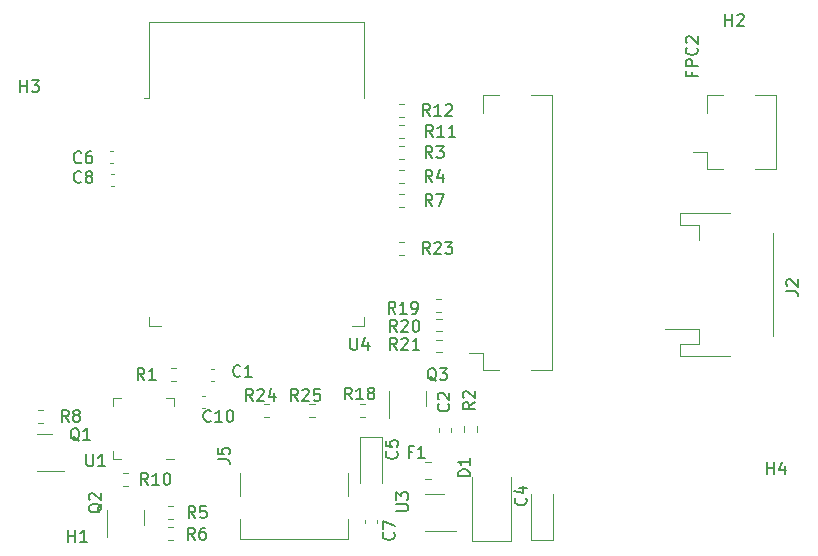
<source format=gbr>
%TF.GenerationSoftware,KiCad,Pcbnew,6.0.2+dfsg-1*%
%TF.CreationDate,2022-09-10T17:36:14-07:00*%
%TF.ProjectId,OpenHasp-1Gang,4f70656e-4861-4737-902d-3147616e672e,rev?*%
%TF.SameCoordinates,Original*%
%TF.FileFunction,Legend,Top*%
%TF.FilePolarity,Positive*%
%FSLAX46Y46*%
G04 Gerber Fmt 4.6, Leading zero omitted, Abs format (unit mm)*
G04 Created by KiCad (PCBNEW 6.0.2+dfsg-1) date 2022-09-10 17:36:14*
%MOMM*%
%LPD*%
G01*
G04 APERTURE LIST*
%ADD10C,0.150000*%
%ADD11C,0.120000*%
G04 APERTURE END LIST*
D10*
%TO.C,C7*%
X115111142Y26103333D02*
X115158761Y26055714D01*
X115206380Y25912857D01*
X115206380Y25817619D01*
X115158761Y25674761D01*
X115063523Y25579523D01*
X114968285Y25531904D01*
X114777809Y25484285D01*
X114634952Y25484285D01*
X114444476Y25531904D01*
X114349238Y25579523D01*
X114254000Y25674761D01*
X114206380Y25817619D01*
X114206380Y25912857D01*
X114254000Y26055714D01*
X114301619Y26103333D01*
X114206380Y26436666D02*
X114206380Y27103333D01*
X115206380Y26674761D01*
%TO.C,FPC2*%
X140336571Y65068666D02*
X140336571Y64735333D01*
X140860380Y64735333D02*
X139860380Y64735333D01*
X139860380Y65211523D01*
X140860380Y65592476D02*
X139860380Y65592476D01*
X139860380Y65973428D01*
X139908000Y66068666D01*
X139955619Y66116285D01*
X140050857Y66163904D01*
X140193714Y66163904D01*
X140288952Y66116285D01*
X140336571Y66068666D01*
X140384190Y65973428D01*
X140384190Y65592476D01*
X140765142Y67163904D02*
X140812761Y67116285D01*
X140860380Y66973428D01*
X140860380Y66878190D01*
X140812761Y66735333D01*
X140717523Y66640095D01*
X140622285Y66592476D01*
X140431809Y66544857D01*
X140288952Y66544857D01*
X140098476Y66592476D01*
X140003238Y66640095D01*
X139908000Y66735333D01*
X139860380Y66878190D01*
X139860380Y66973428D01*
X139908000Y67116285D01*
X139955619Y67163904D01*
X139955619Y67544857D02*
X139908000Y67592476D01*
X139860380Y67687714D01*
X139860380Y67925809D01*
X139908000Y68021047D01*
X139955619Y68068666D01*
X140050857Y68116285D01*
X140146095Y68116285D01*
X140288952Y68068666D01*
X140860380Y67497238D01*
X140860380Y68116285D01*
%TO.C,H1*%
X87576095Y25309619D02*
X87576095Y26309619D01*
X87576095Y25833428D02*
X88147523Y25833428D01*
X88147523Y25309619D02*
X88147523Y26309619D01*
X89147523Y25309619D02*
X88576095Y25309619D01*
X88861809Y25309619D02*
X88861809Y26309619D01*
X88766571Y26166761D01*
X88671333Y26071523D01*
X88576095Y26023904D01*
%TO.C,H2*%
X143202095Y68997619D02*
X143202095Y69997619D01*
X143202095Y69521428D02*
X143773523Y69521428D01*
X143773523Y68997619D02*
X143773523Y69997619D01*
X144202095Y69902380D02*
X144249714Y69950000D01*
X144344952Y69997619D01*
X144583047Y69997619D01*
X144678285Y69950000D01*
X144725904Y69902380D01*
X144773523Y69807142D01*
X144773523Y69711904D01*
X144725904Y69569047D01*
X144154476Y68997619D01*
X144773523Y68997619D01*
%TO.C,H3*%
X83512095Y63409619D02*
X83512095Y64409619D01*
X83512095Y63933428D02*
X84083523Y63933428D01*
X84083523Y63409619D02*
X84083523Y64409619D01*
X84464476Y64409619D02*
X85083523Y64409619D01*
X84750190Y64028666D01*
X84893047Y64028666D01*
X84988285Y63981047D01*
X85035904Y63933428D01*
X85083523Y63838190D01*
X85083523Y63600095D01*
X85035904Y63504857D01*
X84988285Y63457238D01*
X84893047Y63409619D01*
X84607333Y63409619D01*
X84512095Y63457238D01*
X84464476Y63504857D01*
%TO.C,Q3*%
X118722761Y38930380D02*
X118627523Y38978000D01*
X118532285Y39073238D01*
X118389428Y39216095D01*
X118294190Y39263714D01*
X118198952Y39263714D01*
X118246571Y39025619D02*
X118151333Y39073238D01*
X118056095Y39168476D01*
X118008476Y39358952D01*
X118008476Y39692285D01*
X118056095Y39882761D01*
X118151333Y39978000D01*
X118246571Y40025619D01*
X118437047Y40025619D01*
X118532285Y39978000D01*
X118627523Y39882761D01*
X118675142Y39692285D01*
X118675142Y39358952D01*
X118627523Y39168476D01*
X118532285Y39073238D01*
X118437047Y39025619D01*
X118246571Y39025619D01*
X119008476Y40025619D02*
X119627523Y40025619D01*
X119294190Y39644666D01*
X119437047Y39644666D01*
X119532285Y39597047D01*
X119579904Y39549428D01*
X119627523Y39454190D01*
X119627523Y39216095D01*
X119579904Y39120857D01*
X119532285Y39073238D01*
X119437047Y39025619D01*
X119151333Y39025619D01*
X119056095Y39073238D01*
X119008476Y39120857D01*
%TO.C,R12*%
X118175142Y61387619D02*
X117841809Y61863809D01*
X117603714Y61387619D02*
X117603714Y62387619D01*
X117984666Y62387619D01*
X118079904Y62340000D01*
X118127523Y62292380D01*
X118175142Y62197142D01*
X118175142Y62054285D01*
X118127523Y61959047D01*
X118079904Y61911428D01*
X117984666Y61863809D01*
X117603714Y61863809D01*
X119127523Y61387619D02*
X118556095Y61387619D01*
X118841809Y61387619D02*
X118841809Y62387619D01*
X118746571Y62244761D01*
X118651333Y62149523D01*
X118556095Y62101904D01*
X119508476Y62292380D02*
X119556095Y62340000D01*
X119651333Y62387619D01*
X119889428Y62387619D01*
X119984666Y62340000D01*
X120032285Y62292380D01*
X120079904Y62197142D01*
X120079904Y62101904D01*
X120032285Y61959047D01*
X119460857Y61387619D01*
X120079904Y61387619D01*
%TO.C,Q1*%
X88496761Y33850380D02*
X88401523Y33898000D01*
X88306285Y33993238D01*
X88163428Y34136095D01*
X88068190Y34183714D01*
X87972952Y34183714D01*
X88020571Y33945619D02*
X87925333Y33993238D01*
X87830095Y34088476D01*
X87782476Y34278952D01*
X87782476Y34612285D01*
X87830095Y34802761D01*
X87925333Y34898000D01*
X88020571Y34945619D01*
X88211047Y34945619D01*
X88306285Y34898000D01*
X88401523Y34802761D01*
X88449142Y34612285D01*
X88449142Y34278952D01*
X88401523Y34088476D01*
X88306285Y33993238D01*
X88211047Y33945619D01*
X88020571Y33945619D01*
X89401523Y33945619D02*
X88830095Y33945619D01*
X89115809Y33945619D02*
X89115809Y34945619D01*
X89020571Y34802761D01*
X88925333Y34707523D01*
X88830095Y34659904D01*
%TO.C,R5*%
X98331333Y27341619D02*
X97998000Y27817809D01*
X97759904Y27341619D02*
X97759904Y28341619D01*
X98140857Y28341619D01*
X98236095Y28294000D01*
X98283714Y28246380D01*
X98331333Y28151142D01*
X98331333Y28008285D01*
X98283714Y27913047D01*
X98236095Y27865428D01*
X98140857Y27817809D01*
X97759904Y27817809D01*
X99236095Y28341619D02*
X98759904Y28341619D01*
X98712285Y27865428D01*
X98759904Y27913047D01*
X98855142Y27960666D01*
X99093238Y27960666D01*
X99188476Y27913047D01*
X99236095Y27865428D01*
X99283714Y27770190D01*
X99283714Y27532095D01*
X99236095Y27436857D01*
X99188476Y27389238D01*
X99093238Y27341619D01*
X98855142Y27341619D01*
X98759904Y27389238D01*
X98712285Y27436857D01*
%TO.C,H4*%
X146738095Y31047619D02*
X146738095Y32047619D01*
X146738095Y31571428D02*
X147309523Y31571428D01*
X147309523Y31047619D02*
X147309523Y32047619D01*
X148214285Y31714285D02*
X148214285Y31047619D01*
X147976190Y32095238D02*
X147738095Y31380952D01*
X148357142Y31380952D01*
%TO.C,C6*%
X88653333Y57462857D02*
X88605714Y57415238D01*
X88462857Y57367619D01*
X88367619Y57367619D01*
X88224761Y57415238D01*
X88129523Y57510476D01*
X88081904Y57605714D01*
X88034285Y57796190D01*
X88034285Y57939047D01*
X88081904Y58129523D01*
X88129523Y58224761D01*
X88224761Y58320000D01*
X88367619Y58367619D01*
X88462857Y58367619D01*
X88605714Y58320000D01*
X88653333Y58272380D01*
X89510476Y58367619D02*
X89320000Y58367619D01*
X89224761Y58320000D01*
X89177142Y58272380D01*
X89081904Y58129523D01*
X89034285Y57939047D01*
X89034285Y57558095D01*
X89081904Y57462857D01*
X89129523Y57415238D01*
X89224761Y57367619D01*
X89415238Y57367619D01*
X89510476Y57415238D01*
X89558095Y57462857D01*
X89605714Y57558095D01*
X89605714Y57796190D01*
X89558095Y57891428D01*
X89510476Y57939047D01*
X89415238Y57986666D01*
X89224761Y57986666D01*
X89129523Y57939047D01*
X89081904Y57891428D01*
X89034285Y57796190D01*
%TO.C,C2*%
X119744642Y37003333D02*
X119792261Y36955714D01*
X119839880Y36812857D01*
X119839880Y36717619D01*
X119792261Y36574761D01*
X119697023Y36479523D01*
X119601785Y36431904D01*
X119411309Y36384285D01*
X119268452Y36384285D01*
X119077976Y36431904D01*
X118982738Y36479523D01*
X118887500Y36574761D01*
X118839880Y36717619D01*
X118839880Y36812857D01*
X118887500Y36955714D01*
X118935119Y37003333D01*
X118935119Y37384285D02*
X118887500Y37431904D01*
X118839880Y37527142D01*
X118839880Y37765238D01*
X118887500Y37860476D01*
X118935119Y37908095D01*
X119030357Y37955714D01*
X119125595Y37955714D01*
X119268452Y37908095D01*
X119839880Y37336666D01*
X119839880Y37955714D01*
%TO.C,U1*%
X89104095Y32723619D02*
X89104095Y31914095D01*
X89151714Y31818857D01*
X89199333Y31771238D01*
X89294571Y31723619D01*
X89485047Y31723619D01*
X89580285Y31771238D01*
X89627904Y31818857D01*
X89675523Y31914095D01*
X89675523Y32723619D01*
X90675523Y31723619D02*
X90104095Y31723619D01*
X90389809Y31723619D02*
X90389809Y32723619D01*
X90294571Y32580761D01*
X90199333Y32485523D01*
X90104095Y32437904D01*
%TO.C,R6*%
X98285333Y25503619D02*
X97952000Y25979809D01*
X97713904Y25503619D02*
X97713904Y26503619D01*
X98094857Y26503619D01*
X98190095Y26456000D01*
X98237714Y26408380D01*
X98285333Y26313142D01*
X98285333Y26170285D01*
X98237714Y26075047D01*
X98190095Y26027428D01*
X98094857Y25979809D01*
X97713904Y25979809D01*
X99142476Y26503619D02*
X98952000Y26503619D01*
X98856761Y26456000D01*
X98809142Y26408380D01*
X98713904Y26265523D01*
X98666285Y26075047D01*
X98666285Y25694095D01*
X98713904Y25598857D01*
X98761523Y25551238D01*
X98856761Y25503619D01*
X99047238Y25503619D01*
X99142476Y25551238D01*
X99190095Y25598857D01*
X99237714Y25694095D01*
X99237714Y25932190D01*
X99190095Y26027428D01*
X99142476Y26075047D01*
X99047238Y26122666D01*
X98856761Y26122666D01*
X98761523Y26075047D01*
X98713904Y26027428D01*
X98666285Y25932190D01*
%TO.C,R2*%
X121964380Y37123333D02*
X121488190Y36790000D01*
X121964380Y36551904D02*
X120964380Y36551904D01*
X120964380Y36932857D01*
X121012000Y37028095D01*
X121059619Y37075714D01*
X121154857Y37123333D01*
X121297714Y37123333D01*
X121392952Y37075714D01*
X121440571Y37028095D01*
X121488190Y36932857D01*
X121488190Y36551904D01*
X121059619Y37504285D02*
X121012000Y37551904D01*
X120964380Y37647142D01*
X120964380Y37885238D01*
X121012000Y37980476D01*
X121059619Y38028095D01*
X121154857Y38075714D01*
X121250095Y38075714D01*
X121392952Y38028095D01*
X121964380Y37456666D01*
X121964380Y38075714D01*
%TO.C,R1*%
X94013333Y39025619D02*
X93680000Y39501809D01*
X93441904Y39025619D02*
X93441904Y40025619D01*
X93822857Y40025619D01*
X93918095Y39978000D01*
X93965714Y39930380D01*
X94013333Y39835142D01*
X94013333Y39692285D01*
X93965714Y39597047D01*
X93918095Y39549428D01*
X93822857Y39501809D01*
X93441904Y39501809D01*
X94965714Y39025619D02*
X94394285Y39025619D01*
X94680000Y39025619D02*
X94680000Y40025619D01*
X94584761Y39882761D01*
X94489523Y39787523D01*
X94394285Y39739904D01*
%TO.C,C10*%
X99633142Y35564857D02*
X99585523Y35517238D01*
X99442666Y35469619D01*
X99347428Y35469619D01*
X99204571Y35517238D01*
X99109333Y35612476D01*
X99061714Y35707714D01*
X99014095Y35898190D01*
X99014095Y36041047D01*
X99061714Y36231523D01*
X99109333Y36326761D01*
X99204571Y36422000D01*
X99347428Y36469619D01*
X99442666Y36469619D01*
X99585523Y36422000D01*
X99633142Y36374380D01*
X100585523Y35469619D02*
X100014095Y35469619D01*
X100299809Y35469619D02*
X100299809Y36469619D01*
X100204571Y36326761D01*
X100109333Y36231523D01*
X100014095Y36183904D01*
X101204571Y36469619D02*
X101299809Y36469619D01*
X101395047Y36422000D01*
X101442666Y36374380D01*
X101490285Y36279142D01*
X101537904Y36088666D01*
X101537904Y35850571D01*
X101490285Y35660095D01*
X101442666Y35564857D01*
X101395047Y35517238D01*
X101299809Y35469619D01*
X101204571Y35469619D01*
X101109333Y35517238D01*
X101061714Y35564857D01*
X101014095Y35660095D01*
X100966476Y35850571D01*
X100966476Y36088666D01*
X101014095Y36279142D01*
X101061714Y36374380D01*
X101109333Y36422000D01*
X101204571Y36469619D01*
%TO.C,C8*%
X88658333Y55797857D02*
X88610714Y55750238D01*
X88467857Y55702619D01*
X88372619Y55702619D01*
X88229761Y55750238D01*
X88134523Y55845476D01*
X88086904Y55940714D01*
X88039285Y56131190D01*
X88039285Y56274047D01*
X88086904Y56464523D01*
X88134523Y56559761D01*
X88229761Y56655000D01*
X88372619Y56702619D01*
X88467857Y56702619D01*
X88610714Y56655000D01*
X88658333Y56607380D01*
X89229761Y56274047D02*
X89134523Y56321666D01*
X89086904Y56369285D01*
X89039285Y56464523D01*
X89039285Y56512142D01*
X89086904Y56607380D01*
X89134523Y56655000D01*
X89229761Y56702619D01*
X89420238Y56702619D01*
X89515476Y56655000D01*
X89563095Y56607380D01*
X89610714Y56512142D01*
X89610714Y56464523D01*
X89563095Y56369285D01*
X89515476Y56321666D01*
X89420238Y56274047D01*
X89229761Y56274047D01*
X89134523Y56226428D01*
X89086904Y56178809D01*
X89039285Y56083571D01*
X89039285Y55893095D01*
X89086904Y55797857D01*
X89134523Y55750238D01*
X89229761Y55702619D01*
X89420238Y55702619D01*
X89515476Y55750238D01*
X89563095Y55797857D01*
X89610714Y55893095D01*
X89610714Y56083571D01*
X89563095Y56178809D01*
X89515476Y56226428D01*
X89420238Y56274047D01*
%TO.C,C5*%
X115365142Y32961333D02*
X115412761Y32913714D01*
X115460380Y32770857D01*
X115460380Y32675619D01*
X115412761Y32532761D01*
X115317523Y32437523D01*
X115222285Y32389904D01*
X115031809Y32342285D01*
X114888952Y32342285D01*
X114698476Y32389904D01*
X114603238Y32437523D01*
X114508000Y32532761D01*
X114460380Y32675619D01*
X114460380Y32770857D01*
X114508000Y32913714D01*
X114555619Y32961333D01*
X114460380Y33866095D02*
X114460380Y33389904D01*
X114936571Y33342285D01*
X114888952Y33389904D01*
X114841333Y33485142D01*
X114841333Y33723238D01*
X114888952Y33818476D01*
X114936571Y33866095D01*
X115031809Y33913714D01*
X115269904Y33913714D01*
X115365142Y33866095D01*
X115412761Y33818476D01*
X115460380Y33723238D01*
X115460380Y33485142D01*
X115412761Y33389904D01*
X115365142Y33342285D01*
%TO.C,C1*%
X102141333Y39374857D02*
X102093714Y39327238D01*
X101950857Y39279619D01*
X101855619Y39279619D01*
X101712761Y39327238D01*
X101617523Y39422476D01*
X101569904Y39517714D01*
X101522285Y39708190D01*
X101522285Y39851047D01*
X101569904Y40041523D01*
X101617523Y40136761D01*
X101712761Y40232000D01*
X101855619Y40279619D01*
X101950857Y40279619D01*
X102093714Y40232000D01*
X102141333Y40184380D01*
X103093714Y39279619D02*
X102522285Y39279619D01*
X102808000Y39279619D02*
X102808000Y40279619D01*
X102712761Y40136761D01*
X102617523Y40041523D01*
X102522285Y39993904D01*
%TO.C,R24*%
X103189142Y37247619D02*
X102855809Y37723809D01*
X102617714Y37247619D02*
X102617714Y38247619D01*
X102998666Y38247619D01*
X103093904Y38200000D01*
X103141523Y38152380D01*
X103189142Y38057142D01*
X103189142Y37914285D01*
X103141523Y37819047D01*
X103093904Y37771428D01*
X102998666Y37723809D01*
X102617714Y37723809D01*
X103570095Y38152380D02*
X103617714Y38200000D01*
X103712952Y38247619D01*
X103951047Y38247619D01*
X104046285Y38200000D01*
X104093904Y38152380D01*
X104141523Y38057142D01*
X104141523Y37961904D01*
X104093904Y37819047D01*
X103522476Y37247619D01*
X104141523Y37247619D01*
X104998666Y37914285D02*
X104998666Y37247619D01*
X104760571Y38295238D02*
X104522476Y37580952D01*
X105141523Y37580952D01*
%TO.C,R18*%
X111575142Y37377619D02*
X111241809Y37853809D01*
X111003714Y37377619D02*
X111003714Y38377619D01*
X111384666Y38377619D01*
X111479904Y38330000D01*
X111527523Y38282380D01*
X111575142Y38187142D01*
X111575142Y38044285D01*
X111527523Y37949047D01*
X111479904Y37901428D01*
X111384666Y37853809D01*
X111003714Y37853809D01*
X112527523Y37377619D02*
X111956095Y37377619D01*
X112241809Y37377619D02*
X112241809Y38377619D01*
X112146571Y38234761D01*
X112051333Y38139523D01*
X111956095Y38091904D01*
X113098952Y37949047D02*
X113003714Y37996666D01*
X112956095Y38044285D01*
X112908476Y38139523D01*
X112908476Y38187142D01*
X112956095Y38282380D01*
X113003714Y38330000D01*
X113098952Y38377619D01*
X113289428Y38377619D01*
X113384666Y38330000D01*
X113432285Y38282380D01*
X113479904Y38187142D01*
X113479904Y38139523D01*
X113432285Y38044285D01*
X113384666Y37996666D01*
X113289428Y37949047D01*
X113098952Y37949047D01*
X113003714Y37901428D01*
X112956095Y37853809D01*
X112908476Y37758571D01*
X112908476Y37568095D01*
X112956095Y37472857D01*
X113003714Y37425238D01*
X113098952Y37377619D01*
X113289428Y37377619D01*
X113384666Y37425238D01*
X113432285Y37472857D01*
X113479904Y37568095D01*
X113479904Y37758571D01*
X113432285Y37853809D01*
X113384666Y37901428D01*
X113289428Y37949047D01*
%TO.C,R25*%
X106999142Y37247619D02*
X106665809Y37723809D01*
X106427714Y37247619D02*
X106427714Y38247619D01*
X106808666Y38247619D01*
X106903904Y38200000D01*
X106951523Y38152380D01*
X106999142Y38057142D01*
X106999142Y37914285D01*
X106951523Y37819047D01*
X106903904Y37771428D01*
X106808666Y37723809D01*
X106427714Y37723809D01*
X107380095Y38152380D02*
X107427714Y38200000D01*
X107522952Y38247619D01*
X107761047Y38247619D01*
X107856285Y38200000D01*
X107903904Y38152380D01*
X107951523Y38057142D01*
X107951523Y37961904D01*
X107903904Y37819047D01*
X107332476Y37247619D01*
X107951523Y37247619D01*
X108856285Y38247619D02*
X108380095Y38247619D01*
X108332476Y37771428D01*
X108380095Y37819047D01*
X108475333Y37866666D01*
X108713428Y37866666D01*
X108808666Y37819047D01*
X108856285Y37771428D01*
X108903904Y37676190D01*
X108903904Y37438095D01*
X108856285Y37342857D01*
X108808666Y37295238D01*
X108713428Y37247619D01*
X108475333Y37247619D01*
X108380095Y37295238D01*
X108332476Y37342857D01*
%TO.C,U4*%
X111452095Y42565619D02*
X111452095Y41756095D01*
X111499714Y41660857D01*
X111547333Y41613238D01*
X111642571Y41565619D01*
X111833047Y41565619D01*
X111928285Y41613238D01*
X111975904Y41660857D01*
X112023523Y41756095D01*
X112023523Y42565619D01*
X112928285Y42232285D02*
X112928285Y41565619D01*
X112690190Y42613238D02*
X112452095Y41898952D01*
X113071142Y41898952D01*
%TO.C,R3*%
X118397333Y57821619D02*
X118064000Y58297809D01*
X117825904Y57821619D02*
X117825904Y58821619D01*
X118206857Y58821619D01*
X118302095Y58774000D01*
X118349714Y58726380D01*
X118397333Y58631142D01*
X118397333Y58488285D01*
X118349714Y58393047D01*
X118302095Y58345428D01*
X118206857Y58297809D01*
X117825904Y58297809D01*
X118730666Y58821619D02*
X119349714Y58821619D01*
X119016380Y58440666D01*
X119159238Y58440666D01*
X119254476Y58393047D01*
X119302095Y58345428D01*
X119349714Y58250190D01*
X119349714Y58012095D01*
X119302095Y57916857D01*
X119254476Y57869238D01*
X119159238Y57821619D01*
X118873523Y57821619D01*
X118778285Y57869238D01*
X118730666Y57916857D01*
%TO.C,R10*%
X94299142Y30135619D02*
X93965809Y30611809D01*
X93727714Y30135619D02*
X93727714Y31135619D01*
X94108666Y31135619D01*
X94203904Y31088000D01*
X94251523Y31040380D01*
X94299142Y30945142D01*
X94299142Y30802285D01*
X94251523Y30707047D01*
X94203904Y30659428D01*
X94108666Y30611809D01*
X93727714Y30611809D01*
X95251523Y30135619D02*
X94680095Y30135619D01*
X94965809Y30135619D02*
X94965809Y31135619D01*
X94870571Y30992761D01*
X94775333Y30897523D01*
X94680095Y30849904D01*
X95870571Y31135619D02*
X95965809Y31135619D01*
X96061047Y31088000D01*
X96108666Y31040380D01*
X96156285Y30945142D01*
X96203904Y30754666D01*
X96203904Y30516571D01*
X96156285Y30326095D01*
X96108666Y30230857D01*
X96061047Y30183238D01*
X95965809Y30135619D01*
X95870571Y30135619D01*
X95775333Y30183238D01*
X95727714Y30230857D01*
X95680095Y30326095D01*
X95632476Y30516571D01*
X95632476Y30754666D01*
X95680095Y30945142D01*
X95727714Y31040380D01*
X95775333Y31088000D01*
X95870571Y31135619D01*
%TO.C,R4*%
X118397333Y55789619D02*
X118064000Y56265809D01*
X117825904Y55789619D02*
X117825904Y56789619D01*
X118206857Y56789619D01*
X118302095Y56742000D01*
X118349714Y56694380D01*
X118397333Y56599142D01*
X118397333Y56456285D01*
X118349714Y56361047D01*
X118302095Y56313428D01*
X118206857Y56265809D01*
X117825904Y56265809D01*
X119254476Y56456285D02*
X119254476Y55789619D01*
X119016380Y56837238D02*
X118778285Y56122952D01*
X119397333Y56122952D01*
%TO.C,Q2*%
X90409619Y28539261D02*
X90362000Y28444023D01*
X90266761Y28348785D01*
X90123904Y28205928D01*
X90076285Y28110690D01*
X90076285Y28015452D01*
X90314380Y28063071D02*
X90266761Y27967833D01*
X90171523Y27872595D01*
X89981047Y27824976D01*
X89647714Y27824976D01*
X89457238Y27872595D01*
X89362000Y27967833D01*
X89314380Y28063071D01*
X89314380Y28253547D01*
X89362000Y28348785D01*
X89457238Y28444023D01*
X89647714Y28491642D01*
X89981047Y28491642D01*
X90171523Y28444023D01*
X90266761Y28348785D01*
X90314380Y28253547D01*
X90314380Y28063071D01*
X89409619Y28872595D02*
X89362000Y28920214D01*
X89314380Y29015452D01*
X89314380Y29253547D01*
X89362000Y29348785D01*
X89409619Y29396404D01*
X89504857Y29444023D01*
X89600095Y29444023D01*
X89742952Y29396404D01*
X90314380Y28824976D01*
X90314380Y29444023D01*
%TO.C,F1*%
X116706666Y32945428D02*
X116373333Y32945428D01*
X116373333Y32421619D02*
X116373333Y33421619D01*
X116849523Y33421619D01*
X117754285Y32421619D02*
X117182857Y32421619D01*
X117468571Y32421619D02*
X117468571Y33421619D01*
X117373333Y33278761D01*
X117278095Y33183523D01*
X117182857Y33135904D01*
%TO.C,J5*%
X100236380Y32286666D02*
X100950666Y32286666D01*
X101093523Y32239047D01*
X101188761Y32143809D01*
X101236380Y32000952D01*
X101236380Y31905714D01*
X100236380Y33239047D02*
X100236380Y32762857D01*
X100712571Y32715238D01*
X100664952Y32762857D01*
X100617333Y32858095D01*
X100617333Y33096190D01*
X100664952Y33191428D01*
X100712571Y33239047D01*
X100807809Y33286666D01*
X101045904Y33286666D01*
X101141142Y33239047D01*
X101188761Y33191428D01*
X101236380Y33096190D01*
X101236380Y32858095D01*
X101188761Y32762857D01*
X101141142Y32715238D01*
%TO.C,R19*%
X115267142Y44637619D02*
X114933809Y45113809D01*
X114695714Y44637619D02*
X114695714Y45637619D01*
X115076666Y45637619D01*
X115171904Y45590000D01*
X115219523Y45542380D01*
X115267142Y45447142D01*
X115267142Y45304285D01*
X115219523Y45209047D01*
X115171904Y45161428D01*
X115076666Y45113809D01*
X114695714Y45113809D01*
X116219523Y44637619D02*
X115648095Y44637619D01*
X115933809Y44637619D02*
X115933809Y45637619D01*
X115838571Y45494761D01*
X115743333Y45399523D01*
X115648095Y45351904D01*
X116695714Y44637619D02*
X116886190Y44637619D01*
X116981428Y44685238D01*
X117029047Y44732857D01*
X117124285Y44875714D01*
X117171904Y45066190D01*
X117171904Y45447142D01*
X117124285Y45542380D01*
X117076666Y45590000D01*
X116981428Y45637619D01*
X116790952Y45637619D01*
X116695714Y45590000D01*
X116648095Y45542380D01*
X116600476Y45447142D01*
X116600476Y45209047D01*
X116648095Y45113809D01*
X116695714Y45066190D01*
X116790952Y45018571D01*
X116981428Y45018571D01*
X117076666Y45066190D01*
X117124285Y45113809D01*
X117171904Y45209047D01*
%TO.C,D1*%
X121556380Y30865904D02*
X120556380Y30865904D01*
X120556380Y31104000D01*
X120604000Y31246857D01*
X120699238Y31342095D01*
X120794476Y31389714D01*
X120984952Y31437333D01*
X121127809Y31437333D01*
X121318285Y31389714D01*
X121413523Y31342095D01*
X121508761Y31246857D01*
X121556380Y31104000D01*
X121556380Y30865904D01*
X121556380Y32389714D02*
X121556380Y31818285D01*
X121556380Y32104000D02*
X120556380Y32104000D01*
X120699238Y32008761D01*
X120794476Y31913523D01*
X120842095Y31818285D01*
%TO.C,C4*%
X126285142Y29027333D02*
X126332761Y28979714D01*
X126380380Y28836857D01*
X126380380Y28741619D01*
X126332761Y28598761D01*
X126237523Y28503523D01*
X126142285Y28455904D01*
X125951809Y28408285D01*
X125808952Y28408285D01*
X125618476Y28455904D01*
X125523238Y28503523D01*
X125428000Y28598761D01*
X125380380Y28741619D01*
X125380380Y28836857D01*
X125428000Y28979714D01*
X125475619Y29027333D01*
X125713714Y29884476D02*
X126380380Y29884476D01*
X125332761Y29646380D02*
X126047047Y29408285D01*
X126047047Y30027333D01*
%TO.C,U3*%
X115346380Y27922095D02*
X116155904Y27922095D01*
X116251142Y27969714D01*
X116298761Y28017333D01*
X116346380Y28112571D01*
X116346380Y28303047D01*
X116298761Y28398285D01*
X116251142Y28445904D01*
X116155904Y28493523D01*
X115346380Y28493523D01*
X115346380Y28874476D02*
X115346380Y29493523D01*
X115727333Y29160190D01*
X115727333Y29303047D01*
X115774952Y29398285D01*
X115822571Y29445904D01*
X115917809Y29493523D01*
X116155904Y29493523D01*
X116251142Y29445904D01*
X116298761Y29398285D01*
X116346380Y29303047D01*
X116346380Y29017333D01*
X116298761Y28922095D01*
X116251142Y28874476D01*
%TO.C,R23*%
X118175142Y49693619D02*
X117841809Y50169809D01*
X117603714Y49693619D02*
X117603714Y50693619D01*
X117984666Y50693619D01*
X118079904Y50646000D01*
X118127523Y50598380D01*
X118175142Y50503142D01*
X118175142Y50360285D01*
X118127523Y50265047D01*
X118079904Y50217428D01*
X117984666Y50169809D01*
X117603714Y50169809D01*
X118556095Y50598380D02*
X118603714Y50646000D01*
X118698952Y50693619D01*
X118937047Y50693619D01*
X119032285Y50646000D01*
X119079904Y50598380D01*
X119127523Y50503142D01*
X119127523Y50407904D01*
X119079904Y50265047D01*
X118508476Y49693619D01*
X119127523Y49693619D01*
X119460857Y50693619D02*
X120079904Y50693619D01*
X119746571Y50312666D01*
X119889428Y50312666D01*
X119984666Y50265047D01*
X120032285Y50217428D01*
X120079904Y50122190D01*
X120079904Y49884095D01*
X120032285Y49788857D01*
X119984666Y49741238D01*
X119889428Y49693619D01*
X119603714Y49693619D01*
X119508476Y49741238D01*
X119460857Y49788857D01*
%TO.C,R20*%
X115381142Y43089619D02*
X115047809Y43565809D01*
X114809714Y43089619D02*
X114809714Y44089619D01*
X115190666Y44089619D01*
X115285904Y44042000D01*
X115333523Y43994380D01*
X115381142Y43899142D01*
X115381142Y43756285D01*
X115333523Y43661047D01*
X115285904Y43613428D01*
X115190666Y43565809D01*
X114809714Y43565809D01*
X115762095Y43994380D02*
X115809714Y44042000D01*
X115904952Y44089619D01*
X116143047Y44089619D01*
X116238285Y44042000D01*
X116285904Y43994380D01*
X116333523Y43899142D01*
X116333523Y43803904D01*
X116285904Y43661047D01*
X115714476Y43089619D01*
X116333523Y43089619D01*
X116952571Y44089619D02*
X117047809Y44089619D01*
X117143047Y44042000D01*
X117190666Y43994380D01*
X117238285Y43899142D01*
X117285904Y43708666D01*
X117285904Y43470571D01*
X117238285Y43280095D01*
X117190666Y43184857D01*
X117143047Y43137238D01*
X117047809Y43089619D01*
X116952571Y43089619D01*
X116857333Y43137238D01*
X116809714Y43184857D01*
X116762095Y43280095D01*
X116714476Y43470571D01*
X116714476Y43708666D01*
X116762095Y43899142D01*
X116809714Y43994380D01*
X116857333Y44042000D01*
X116952571Y44089619D01*
%TO.C,R21*%
X115381142Y41565619D02*
X115047809Y42041809D01*
X114809714Y41565619D02*
X114809714Y42565619D01*
X115190666Y42565619D01*
X115285904Y42518000D01*
X115333523Y42470380D01*
X115381142Y42375142D01*
X115381142Y42232285D01*
X115333523Y42137047D01*
X115285904Y42089428D01*
X115190666Y42041809D01*
X114809714Y42041809D01*
X115762095Y42470380D02*
X115809714Y42518000D01*
X115904952Y42565619D01*
X116143047Y42565619D01*
X116238285Y42518000D01*
X116285904Y42470380D01*
X116333523Y42375142D01*
X116333523Y42279904D01*
X116285904Y42137047D01*
X115714476Y41565619D01*
X116333523Y41565619D01*
X117285904Y41565619D02*
X116714476Y41565619D01*
X117000190Y41565619D02*
X117000190Y42565619D01*
X116904952Y42422761D01*
X116809714Y42327523D01*
X116714476Y42279904D01*
%TO.C,R8*%
X87600333Y35471619D02*
X87267000Y35947809D01*
X87028904Y35471619D02*
X87028904Y36471619D01*
X87409857Y36471619D01*
X87505095Y36424000D01*
X87552714Y36376380D01*
X87600333Y36281142D01*
X87600333Y36138285D01*
X87552714Y36043047D01*
X87505095Y35995428D01*
X87409857Y35947809D01*
X87028904Y35947809D01*
X88171761Y36043047D02*
X88076523Y36090666D01*
X88028904Y36138285D01*
X87981285Y36233523D01*
X87981285Y36281142D01*
X88028904Y36376380D01*
X88076523Y36424000D01*
X88171761Y36471619D01*
X88362238Y36471619D01*
X88457476Y36424000D01*
X88505095Y36376380D01*
X88552714Y36281142D01*
X88552714Y36233523D01*
X88505095Y36138285D01*
X88457476Y36090666D01*
X88362238Y36043047D01*
X88171761Y36043047D01*
X88076523Y35995428D01*
X88028904Y35947809D01*
X87981285Y35852571D01*
X87981285Y35662095D01*
X88028904Y35566857D01*
X88076523Y35519238D01*
X88171761Y35471619D01*
X88362238Y35471619D01*
X88457476Y35519238D01*
X88505095Y35566857D01*
X88552714Y35662095D01*
X88552714Y35852571D01*
X88505095Y35947809D01*
X88457476Y35995428D01*
X88362238Y36043047D01*
%TO.C,R11*%
X118429142Y59599619D02*
X118095809Y60075809D01*
X117857714Y59599619D02*
X117857714Y60599619D01*
X118238666Y60599619D01*
X118333904Y60552000D01*
X118381523Y60504380D01*
X118429142Y60409142D01*
X118429142Y60266285D01*
X118381523Y60171047D01*
X118333904Y60123428D01*
X118238666Y60075809D01*
X117857714Y60075809D01*
X119381523Y59599619D02*
X118810095Y59599619D01*
X119095809Y59599619D02*
X119095809Y60599619D01*
X119000571Y60456761D01*
X118905333Y60361523D01*
X118810095Y60313904D01*
X120333904Y59599619D02*
X119762476Y59599619D01*
X120048190Y59599619D02*
X120048190Y60599619D01*
X119952952Y60456761D01*
X119857714Y60361523D01*
X119762476Y60313904D01*
%TO.C,R7*%
X118397333Y53757619D02*
X118064000Y54233809D01*
X117825904Y53757619D02*
X117825904Y54757619D01*
X118206857Y54757619D01*
X118302095Y54710000D01*
X118349714Y54662380D01*
X118397333Y54567142D01*
X118397333Y54424285D01*
X118349714Y54329047D01*
X118302095Y54281428D01*
X118206857Y54233809D01*
X117825904Y54233809D01*
X118730666Y54757619D02*
X119397333Y54757619D01*
X118968761Y53757619D01*
%TO.C,J2*%
X148352380Y46542666D02*
X149066666Y46542666D01*
X149209523Y46495047D01*
X149304761Y46399809D01*
X149352380Y46256952D01*
X149352380Y46161714D01*
X148447619Y46971238D02*
X148400000Y47018857D01*
X148352380Y47114095D01*
X148352380Y47352190D01*
X148400000Y47447428D01*
X148447619Y47495047D01*
X148542857Y47542666D01*
X148638095Y47542666D01*
X148780952Y47495047D01*
X149352380Y46923619D01*
X149352380Y47542666D01*
D11*
%TO.C,C7*%
X112720000Y26891420D02*
X112720000Y27172580D01*
X113740000Y26891420D02*
X113740000Y27172580D01*
%TO.C,FPC2*%
X147450000Y63140000D02*
X145710000Y63140000D01*
X141650000Y58330000D02*
X140450000Y58330000D01*
X141650000Y58330000D02*
X141650000Y56840000D01*
X141650000Y56840000D02*
X142990000Y56840000D01*
X141650000Y63140000D02*
X142990000Y63140000D01*
X145710000Y56840000D02*
X147450000Y56840000D01*
X141650000Y61650000D02*
X141650000Y63140000D01*
X147450000Y56840000D02*
X147450000Y63140000D01*
%TO.C,Q3*%
X117838000Y37446000D02*
X117838000Y38096000D01*
X114718000Y37446000D02*
X114718000Y35771000D01*
X114718000Y37446000D02*
X114718000Y38096000D01*
X117838000Y37446000D02*
X117838000Y36796000D01*
%TO.C,R12*%
X115532742Y61307500D02*
X116007258Y61307500D01*
X115532742Y62352500D02*
X116007258Y62352500D01*
%TO.C,Q1*%
X85544000Y34434000D02*
X84894000Y34434000D01*
X85544000Y31314000D02*
X87219000Y31314000D01*
X85544000Y31314000D02*
X84894000Y31314000D01*
X85544000Y34434000D02*
X86194000Y34434000D01*
%TO.C,R5*%
X96449258Y27271500D02*
X95974742Y27271500D01*
X96449258Y28316500D02*
X95974742Y28316500D01*
%TO.C,C6*%
X91390580Y57360000D02*
X91109420Y57360000D01*
X91390580Y58380000D02*
X91109420Y58380000D01*
%TO.C,C2*%
X119967500Y34639420D02*
X119967500Y34920580D01*
X118947500Y34639420D02*
X118947500Y34920580D01*
%TO.C,U1*%
X92041000Y37516000D02*
X91316000Y37516000D01*
X91316000Y37516000D02*
X91316000Y36791000D01*
X95811000Y32296000D02*
X96536000Y32296000D01*
X92041000Y32296000D02*
X91316000Y32296000D01*
X95811000Y37516000D02*
X96536000Y37516000D01*
X91316000Y32296000D02*
X91316000Y33021000D01*
X96536000Y37516000D02*
X96536000Y36791000D01*
%TO.C,R6*%
X96449258Y26538500D02*
X95974742Y26538500D01*
X96449258Y25493500D02*
X95974742Y25493500D01*
%TO.C,R2*%
X122134500Y34632742D02*
X122134500Y35107258D01*
X121089500Y34632742D02*
X121089500Y35107258D01*
%TO.C,R1*%
X96703258Y38955500D02*
X96228742Y38955500D01*
X96703258Y40000500D02*
X96228742Y40000500D01*
%TO.C,C10*%
X98878420Y36682000D02*
X99159580Y36682000D01*
X98878420Y37702000D02*
X99159580Y37702000D01*
%TO.C,C8*%
X91450580Y56440000D02*
X91169420Y56440000D01*
X91450580Y55420000D02*
X91169420Y55420000D01*
%TO.C,C5*%
X114165000Y34168000D02*
X112295000Y34168000D01*
X112295000Y34168000D02*
X112295000Y30258000D01*
X114165000Y30258000D02*
X114165000Y34168000D01*
%TO.C,C1*%
X99627420Y38968000D02*
X99908580Y38968000D01*
X99627420Y39988000D02*
X99908580Y39988000D01*
%TO.C,R24*%
X104102742Y35907500D02*
X104577258Y35907500D01*
X104102742Y36952500D02*
X104577258Y36952500D01*
%TO.C,R18*%
X112230742Y36952500D02*
X112705258Y36952500D01*
X112230742Y35907500D02*
X112705258Y35907500D01*
%TO.C,R25*%
X108450258Y35907500D02*
X107975742Y35907500D01*
X108450258Y36952500D02*
X107975742Y36952500D01*
%TO.C,FPC1*%
X122700000Y63150000D02*
X124040000Y63150000D01*
X122700000Y41340000D02*
X122700000Y39850000D01*
X122700000Y61660000D02*
X122700000Y63150000D01*
X128500000Y63150000D02*
X126760000Y63150000D01*
X122700000Y39850000D02*
X124040000Y39850000D01*
X128500000Y39850000D02*
X128500000Y63150000D01*
X122700000Y41340000D02*
X121500000Y41340000D01*
X126760000Y39850000D02*
X128500000Y39850000D01*
%TO.C,U4*%
X112630000Y69313000D02*
X112630000Y62893000D01*
X112630000Y43568000D02*
X111630000Y43568000D01*
X94390000Y69313000D02*
X94390000Y62893000D01*
X94390000Y69313000D02*
X112630000Y69313000D01*
X94390000Y43568000D02*
X95390000Y43568000D01*
X94390000Y62893000D02*
X94010000Y62893000D01*
X112630000Y44348000D02*
X112630000Y43568000D01*
X94390000Y44348000D02*
X94390000Y43568000D01*
%TO.C,R3*%
X115532742Y58796500D02*
X116007258Y58796500D01*
X115532742Y57751500D02*
X116007258Y57751500D01*
%TO.C,R10*%
X92164742Y30065500D02*
X92639258Y30065500D01*
X92164742Y31110500D02*
X92639258Y31110500D01*
%TO.C,R4*%
X115532742Y55719500D02*
X116007258Y55719500D01*
X115532742Y56764500D02*
X116007258Y56764500D01*
%TO.C,Q2*%
X93962000Y27364500D02*
X93962000Y28014500D01*
X93962000Y27364500D02*
X93962000Y26714500D01*
X90842000Y27364500D02*
X90842000Y28014500D01*
X90842000Y27364500D02*
X90842000Y25689500D01*
%TO.C,F1*%
X118314578Y32060000D02*
X117797422Y32060000D01*
X118314578Y30640000D02*
X117797422Y30640000D01*
%TO.C,J5*%
X111255000Y29230000D02*
X111255000Y31150000D01*
X102095000Y25515000D02*
X102095000Y27220000D01*
X111255000Y27220000D02*
X111255000Y25515000D01*
X111255000Y25515000D02*
X102095000Y25515000D01*
X102095000Y31150000D02*
X102095000Y29230000D01*
%TO.C,R19*%
X118662742Y44797500D02*
X119137258Y44797500D01*
X118662742Y45842500D02*
X119137258Y45842500D01*
%TO.C,D1*%
X125040000Y25410000D02*
X125040000Y30810000D01*
X121740000Y25410000D02*
X125040000Y25410000D01*
X121740000Y25410000D02*
X121740000Y30810000D01*
%TO.C,C4*%
X126773000Y25484000D02*
X128643000Y25484000D01*
X126773000Y29394000D02*
X126773000Y25484000D01*
X128643000Y25484000D02*
X128643000Y29394000D01*
%TO.C,U3*%
X118564000Y29354000D02*
X117764000Y29354000D01*
X118564000Y26234000D02*
X117764000Y26234000D01*
X118564000Y26234000D02*
X120364000Y26234000D01*
X118564000Y29354000D02*
X119364000Y29354000D01*
%TO.C,R23*%
X116007258Y49623500D02*
X115532742Y49623500D01*
X116007258Y50668500D02*
X115532742Y50668500D01*
%TO.C,R20*%
X118722742Y43127500D02*
X119197258Y43127500D01*
X118722742Y44172500D02*
X119197258Y44172500D01*
%TO.C,R21*%
X118722742Y42422500D02*
X119197258Y42422500D01*
X118722742Y41377500D02*
X119197258Y41377500D01*
%TO.C,R8*%
X85464258Y36444500D02*
X84989742Y36444500D01*
X85464258Y35399500D02*
X84989742Y35399500D01*
%TO.C,R11*%
X115532742Y60574500D02*
X116007258Y60574500D01*
X115532742Y59529500D02*
X116007258Y59529500D01*
%TO.C,R7*%
X115532742Y54732500D02*
X116007258Y54732500D01*
X115532742Y53687500D02*
X116007258Y53687500D01*
%TO.C,J2*%
X139384000Y53158000D02*
X139384000Y52138000D01*
X140984000Y43338000D02*
X138094000Y43338000D01*
X143634000Y41038000D02*
X139384000Y41038000D01*
X140984000Y42058000D02*
X140984000Y43338000D01*
X139384000Y42058000D02*
X140984000Y42058000D01*
X139384000Y52138000D02*
X140984000Y52138000D01*
X139384000Y41038000D02*
X139384000Y42058000D01*
X147204000Y42758000D02*
X147204000Y51438000D01*
X143634000Y53158000D02*
X139384000Y53158000D01*
X140984000Y52138000D02*
X140984000Y50858000D01*
%TD*%
M02*

</source>
